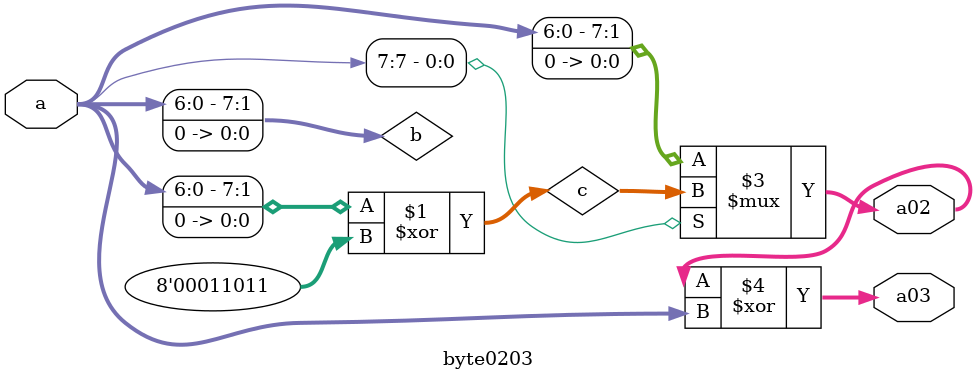
<source format=v>
module byte0203(a,a02,a03);

output[7:0] a02,a03;
input[7:0] a;

wire [7:0] b,c;

assign b={a[6:0],1'b0};
assign c=b^{8'h1b};
assign a02=(a[7]==0)? b:c;
assign a03=a02^a;

endmodule
</source>
